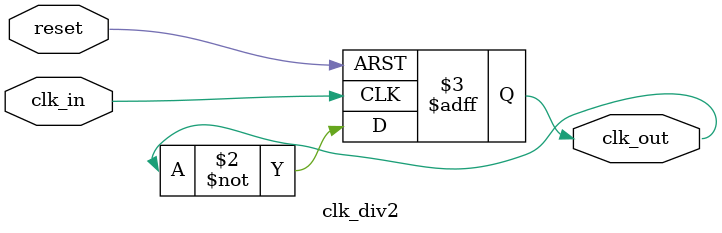
<source format=v>

module clk_div2 (clk_in, reset, clk_out);

    input clk_in;   
    input reset;      
    output clk_out;  

    reg clk_out;

    always @(posedge clk_in or posedge reset)
    begin
        if (reset)
            clk_out <= 1'b0;
        else
            clk_out <= ~clk_out;   // 每个上升沿翻转一次
    end

endmodule

</source>
